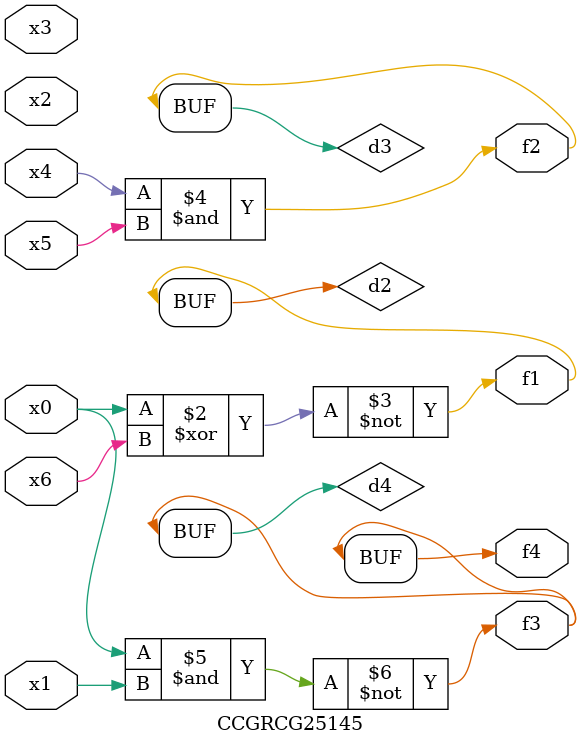
<source format=v>
module CCGRCG25145(
	input x0, x1, x2, x3, x4, x5, x6,
	output f1, f2, f3, f4
);

	wire d1, d2, d3, d4;

	nor (d1, x0);
	xnor (d2, x0, x6);
	and (d3, x4, x5);
	nand (d4, x0, x1);
	assign f1 = d2;
	assign f2 = d3;
	assign f3 = d4;
	assign f4 = d4;
endmodule

</source>
